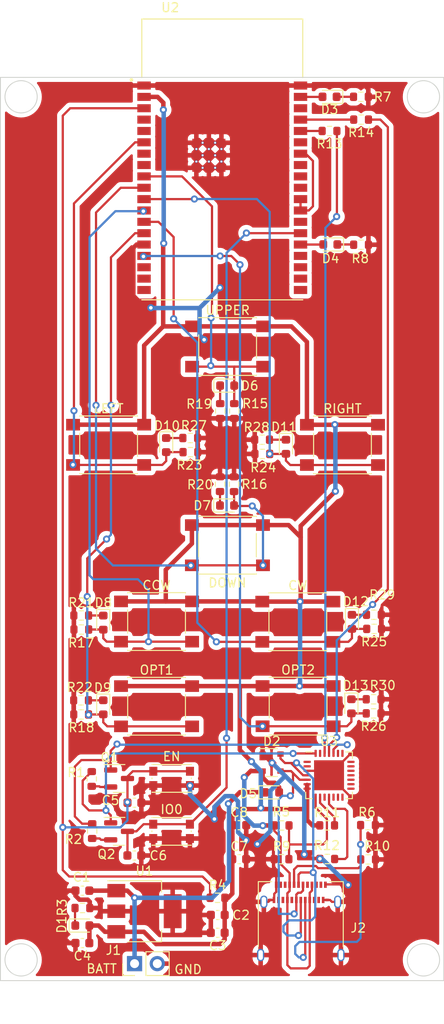
<source format=kicad_pcb>
(kicad_pcb (version 20211014) (generator pcbnew)
  (layers (0 "F.Cu" signal) (31 "B.Cu" signal) (34 "B.Paste" user) (35 "F.Paste" user) (36 "B.SilkS" user "B.Silkscreen") (37 "F.SilkS" user "F.Silkscreen") (38 "B.Mask" user) (39 "F.Mask" user) (44 "Edge.Cuts" user))
  (net 0 "")
  (net 1 "+BATT")
  (net 2 "GND")
  (net 3 "+3V3")
  (net 4 "EN")
  (net 5 "IO0")
  (net 6 "Net-(D1-Pad1)")
  (net 7 "VBUSa")
  (net 8 "USB_DN")
  (net 9 "USB_DP")
  (net 10 "Net-(D3-Pad1)")
  (net 11 "Net-(D3-Pad2)")
  (net 12 "Net-(D4-Pad1)")
  (net 13 "Net-(D4-Pad2)")
  (net 14 "Net-(D6-Pad1)")
  (net 15 "upper switch")
  (net 16 "Net-(D7-Pad1)")
  (net 17 "down switch")
  (net 18 "Net-(D8-Pad1)")
  (net 19 "ccw switch")
  (net 20 "Net-(D9-Pad1)")
  (net 21 "option 1 switch")
  (net 22 "Net-(D10-Pad1)")
  (net 23 "left switch")
  (net 24 "Net-(D11-Pad1)")
  (net 25 "right switch")
  (net 26 "Net-(D12-Pad1)")
  (net 27 "cw switch")
  (net 28 "Net-(D13-Pad1)")
  (net 29 "option 2 switch")
  (net 30 "Net-(J2-PadA5)")
  (net 32 "Net-(J2-PadB5)")
  (net 34 "RTS")
  (net 35 "Net-(Q1-Pad2)")
  (net 36 "DTR")
  (net 37 "Net-(Q2-Pad2)")
  (net 38 "Net-(R5-Pad1)")
  (net 39 "Net-(R11-Pad2)")
  (net 40 "Net-(R12-Pad1)")
  (net 41 "Net-(R13-Pad1)")
  (net 42 "RXD0")
  (net 43 "Net-(R14-Pad1)")
  (net 44 "TXD0")
  (net 54 "Net-(U2-Pad27)")
  (footprint "Resistor_SMD:R_0603_1608Metric" (layer "F.Cu") (at 109.4525 69.34)
    (fp_text reference "R28")
    (fp_text value "100")
  )
  (footprint "Package_DFN_QFN:QFN-28-1EP_5x5mm_P0.5mm_EP3.35x3.35mm" (layer "F.Cu") (at 116.94 106.86)
    (fp_text reference "U3")
    (fp_text value "CP2102N-Axx-xQFN28")
  )
  (footprint "Resistor_SMD:R_0603_1608Metric" (layer "F.Cu") (at 121.955 88.9125 180)
    (fp_text reference "R29")
    (fp_text value "100")
  )
  (footprint "Diode_SMD:D_0603_1608Metric" (layer "F.Cu") (at 119.44 99.15 -90)
    (fp_text reference "D13")
    (fp_text value "LED")
  )
  (footprint "Button_Switch_SMD:SW_Push_1P1T_NO_CK_KMR2" (layer "F.Cu") (at 99.33 113.13)
    (fp_text reference "IO0")
    (fp_text value "SW_Push")
  )
  (footprint "Capacitor_SMD:C_0603_1608Metric" (layer "F.Cu") (at 89.355 119.76 180)
    (fp_text reference "C1")
    (fp_text value "10u")
  )
  (footprint "Button_Switch_SMD:SW_Push_1P1T_NO_6x6mm_H9.5mm" (layer "F.Cu") (at 113.48 99.13)
    (fp_text reference "OPT2")
    (fp_text value "SW_Push")
  )
  (footprint "Resistor_SMD:R_0603_1608Metric" (layer "F.Cu") (at 116.995 34.82 180)
    (fp_text reference "R13")
    (fp_text value "0")
  )
  (footprint "Capacitor_SMD:C_0603_1608Metric" (layer "F.Cu") (at 104.49 124.47 180)
    (fp_text reference "C3")
    (fp_text value "22u")
  )
  (footprint "Resistor_SMD:R_0603_1608Metric" (layer "F.Cu") (at 120.52 47.54 180)
    (fp_text reference "R8")
    (fp_text value "100")
  )
  (footprint "Diode_SMD:D_0603_1608Metric" (layer "F.Cu") (at 112.1175 70.1275 -90)
    (fp_text reference "D11")
    (fp_text value "LED")
  )
  (footprint "Package_TO_SOT_SMD:SOT-223-3_TabPin2" (layer "F.Cu") (at 96.3 122.06)
    (fp_text reference "U1")
    (fp_text value "LT1963AxST-3.3")
  )
  (footprint "Resistor_SMD:R_0603_1608Metric" (layer "F.Cu") (at 89.225 88.9925)
    (fp_text reference "R21")
    (fp_text value "100")
  )
  (footprint "Diode_SMD:D_0603_1608Metric" (layer "F.Cu") (at 91.69 99.2625 -90)
    (fp_text reference "D9")
    (fp_text value "LED")
  )
  (footprint "Package_TO_SOT_SMD:SOT-143" (layer "F.Cu") (at 110.51 105.44)
    (fp_text reference "D2")
    (fp_text value "SP0503BAHT")
  )
  (footprint "Resistor_SMD:R_0603_1608Metric" (layer "F.Cu") (at 101.4175 69.15 180)
    (fp_text reference "R27")
    (fp_text value "100")
  )
  (footprint "Button_Switch_SMD:SW_Push_1P1T_NO_6x6mm_H9.5mm" (layer "F.Cu") (at 97.65 89.67)
    (fp_text reference "CCW")
    (fp_text value "SW_Push")
  )
  (footprint "Resistor_SMD:R_0603_1608Metric" (layer "F.Cu") (at 89.205 98.48)
    (fp_text reference "R22")
    (fp_text value "100")
  )
  (footprint "Resistor_SMD:R_0603_1608Metric" (layer "F.Cu") (at 109.4775 70.93)
    (fp_text reference "R24")
    (fp_text value "5k")
  )
  (footprint "Resistor_SMD:R_0603_1608Metric" (layer "F.Cu") (at 90.4 107.27 -90)
    (fp_text reference "R1")
    (fp_text value "10k")
  )
  (footprint "Button_Switch_SMD:SW_Push_1P1T_NO_6x6mm_H9.5mm" (layer "F.Cu") (at 97.65 99.14)
    (fp_text reference "OPT1")
    (fp_text value "SW_Push")
  )
  (footprint "Button_Switch_SMD:SW_Push_1P1T_NO_6x6mm_H9.5mm" (layer "F.Cu") (at 105.5775 81.135)
    (fp_text reference "DOWN")
    (fp_text value "SW_Push")
  )
  (footprint "Diode_SMD:D_0603_1608Metric" (layer "F.Cu") (at 116.9975 31 180)
    (fp_text reference "D3")
    (fp_text value "LED")
  )
  (footprint "Resistor_SMD:R_0603_1608Metric" (layer "F.Cu") (at 106.34 66.13 90)
    (fp_text reference "R15")
    (fp_text value "5k")
  )
  (footprint "Button_Switch_SMD:SW_Push_1P1T_NO_CK_KMR2" (layer "F.Cu") (at 99.3375 107.21)
    (fp_text reference "EN")
    (fp_text value "SW_Push")
  )
  (footprint "Resistor_SMD:R_0603_1608Metric" (layer "F.Cu") (at 106.3175 74.315 -90)
    (fp_text reference "R16")
    (fp_text value "5k")
  )
  (footprint "Resistor_SMD:R_0603_1608Metric" (layer "F.Cu") (at 120.505 31 180)
    (fp_text reference "R7")
    (fp_text value "100")
  )
  (footprint "Button_Switch_SMD:SW_Push_1P1T_NO_6x6mm_H9.5mm" (layer "F.Cu") (at 118.4425 69.92)
    (fp_text reference "RIGHT")
    (fp_text value "SW_Push")
  )
  (footprint "Package_TO_SOT_SMD:SOT-23" (layer "F.Cu") (at 93.46 113.13)
    (fp_text reference "Q2")
    (fp_text value "SS8050-G")
  )
  (footprint "Capacitor_SMD:C_0603_1608Metric" (layer "F.Cu") (at 106.895 116.24)
    (fp_text reference "C7")
    (fp_text value "4.7u")
  )
  (footprint "Capacitor_SMD:C_0603_1608Metric" (layer "F.Cu") (at 95.175 109.93)
    (fp_text reference "C5")
    (fp_text value "0.1u")
  )
  (footprint "Capacitor_SMD:C_0603_1608Metric" (layer "F.Cu") (at 106.905 112.44)
    (fp_text reference "C8")
    (fp_text value "0.1u")
  )
  (footprint "Diode_SMD:D_0603_1608Metric" (layer "F.Cu") (at 105.5475 63.29)
    (fp_text reference "D6")
    (fp_text value "LED")
  )
  (footprint "Connector_PinHeader_2.54mm:PinHeader_1x02_P2.54mm_Vertical" (layer "F.Cu") (at 95.19 127.92 90)
    (fp_text reference "J1")
    (fp_text value "Conn_01x02_Male")
  )
  (footprint "Diode_SMD:D_0603_1608Metric" (layer "F.Cu") (at 105.53 76.695)
    (fp_text reference "D7")
    (fp_text value "LED")
  )
  (footprint "Resistor_SMD:R_0603_1608Metric" (layer "F.Cu") (at 101.4375 70.73 180)
    (fp_text reference "R23")
    (fp_text value "5k")
  )
  (footprint "Connector_USB:USB_C_Receptacle_Amphenol_12401610E4-2A" (layer "F.Cu") (at 113.78 124.12)
    (fp_text reference "J2")
    (fp_text value "USB_C_Receptacle_USB2.0")
  )
  (footprint "Resistor_SMD:R_0603_1608Metric" (layer "F.Cu") (at 116.73 112.46)
    (fp_text reference "R11")
    (fp_text value "2k")
  )
  (footprint "Resistor_SMD:R_0603_1608Metric" (layer "F.Cu") (at 104.7475 74.31 -90)
    (fp_text reference "R20")
    (fp_text value "100")
  )
  (footprint "Resistor_SMD:R_0603_1608Metric" (layer "F.Cu") (at 121.295 112.43 180)
    (fp_text reference "R6")
    (fp_text value "5.1k")
  )
  (footprint "Resistor_SMD:R_0603_1608Metric" (layer "F.Cu") (at 89.215 100.06)
    (fp_text reference "R18")
    (fp_text value "5k")
  )
  (footprint "Button_Switch_SMD:SW_Push_1P1T_NO_6x6mm_H9.5mm" (layer "F.Cu") (at 105.6 58.92)
    (fp_text reference "UPPER")
    (fp_text value "SW_Push")
  )
  (footprint "Diode_SMD:D_0603_1608Metric" (layer "F.Cu") (at 98.7275 69.94 -90)
    (fp_text reference "D10")
    (fp_text value "LED")
  )
  (footprint "Resistor_SMD:R_0603_1608Metric" (layer "F.Cu") (at 104.77 66.13 90)
    (fp_text reference "R19")
    (fp_text value "100")
  )
  (footprint "Resistor_SMD:R_0603_1608Metric" (layer "F.Cu") (at 111.64 112.47 180)
    (fp_text reference "R5")
    (fp_text value "22.1k")
  )
  (footprint "Package_TO_SOT_SMD:SOT-23" (layer "F.Cu") (at 93.46 107.22)
    (fp_text reference "Q1")
    (fp_text value "SS8050-G")
  )
  (footprint "Resistor_SMD:R_0603_1608Metric" (layer "F.Cu") (at 104.46 120.56)
    (fp_text reference "R4")
    (fp_text value "10k")
  )
  (footprint "Button_Switch_SMD:SW_Push_1P1T_NO_6x6mm_H9.5mm" (layer "F.Cu") (at 113.45 89.69)
    (fp_text reference "CW")
    (fp_text value "SW_Push")
  )
  (footprint "Diode_SMD:D_0603_1608Metric" (layer "F.Cu") (at 119.5 89.7025 -90)
    (fp_text reference "D12")
    (fp_text value "LED")
  )
  (footprint "Resistor_SMD:R_0603_1608Metric" (layer "F.Cu") (at 90.45 113.1 -90)
    (fp_text reference "R2")
    (fp_text value "10k")
  )
  (footprint "Diode_SMD:D_0603_1608Metric" (layer "F.Cu") (at 117.0825 47.51 180)
    (fp_text reference "D4")
    (fp_text value "LED")
  )
  (footprint "Resistor_SMD:R_0603_1608Metric" (layer "F.Cu") (at 121.98 90.4925 180)
    (fp_text reference "R25")
    (fp_text value "5k")
  )
  (footprint "Capacitor_SMD:C_0603_1608Metric" (layer "F.Cu") (at 104.495 122.48 180)
    (fp_text reference "C2")
    (fp_text value "0.1u")
  )
  (footprint "ESP32-WROVER-B:MODULE_ESP32-WROVER-B" (layer "F.Cu") (at 105 38)
    (fp_text reference "U2")
    (fp_text value "ESP32-WROVER-B")
  )
  (footprint "Button_Switch_SMD:SW_Push_1P1T_NO_6x6mm_H9.5mm" (layer "F.Cu") (at 92.2875 69.91)
    (fp_text reference "LEFT")
    (fp_text value "SW_Push")
  )
  (footprint "Resistor_SMD:R_0603_1608Metric" (layer "F.Cu") (at 121.925 99.94 180)
    (fp_text reference "R26")
    (fp_text value "5k")
  )
  (footprint "Diode_SMD:D_0603_1608Metric" (layer "F.Cu") (at 89.35 123.66)
    (fp_text reference "D1")
    (fp_text value "LED")
  )
  (footprint "Capacitor_SMD:C_0603_1608Metric" (layer "F.Cu") (at 95.165 115.83)
    (fp_text reference "C6")
    (fp_text value "0.1u")
  )
  (footprint "Resistor_SMD:R_0603_1608Metric" (layer "F.Cu") (at 111.625 116.24)
    (fp_text reference "R9")
    (fp_text value "47.5k")
  )
  (footprint "Resistor_SMD:R_0603_1608Metric" (layer "F.Cu") (at 89.235 90.5625)
    (fp_text reference "R17")
    (fp_text value "5k")
  )
  (footprint "Resistor_SMD:R_0603_1608Metric" (layer "F.Cu") (at 121.925 98.36 180)
    (fp_text reference "R30")
    (fp_text value "100")
  )
  (footprint "Diode_SMD:D_0603_1608Metric" (layer "F.Cu") (at 110.57 108.77)
    (fp_text reference "D5")
    (fp_text value "D_Schottky")
  )
  (footprint "Resistor_SMD:R_0603_1608Metric" (layer "F.Cu") (at 89.355 121.7 180)
    (fp_text reference "R3")
    (fp_text value "147")
  )
  (footprint "Resistor_SMD:R_0603_1608Metric" (layer "F.Cu") (at 120.525 33.55 180)
    (fp_text reference "R14")
    (fp_text value "0")
  )
  (footprint "Diode_SMD:D_0603_1608Metric" (layer "F.Cu") (at 91.69 89.79 -90)
    (fp_text reference "D8")
    (fp_text value "LED")
  )
  (footprint "Resistor_SMD:R_0603_1608Metric" (layer "F.Cu") (at 121.31 116.27 180)
    (fp_text reference "R10")
    (fp_text value "5.1k")
  )
  (footprint "Capacitor_SMD:C_0603_1608Metric" (layer "F.Cu") (at 89.355 125.62 180)
    (fp_text reference "C4")
    (fp_text value "10u")
  )
  (footprint "Resistor_SMD:R_0603_1608Metric" (layer "F.Cu") (at 116.74 116.22 180)
    (fp_text reference "R12")
    (fp_text value "10k")
  )
  (gr_circle (center 127.5 31) (end 128.5 29.5) (layer "Edge.Cuts") (width 0.1) (fill none))
  (gr_rect (start 80.19 28.83) (end 129.77 129.82) (layer "Edge.Cuts") (width 0.1) (fill none))
  (gr_circle (center 82.5 127.5) (end 81 128.5) (layer "Edge.Cuts") (width 0.1) (fill none))
  (gr_circle (center 127.5 127.5) (end 129 128.5) (layer "Edge.Cuts") (width 0.1) (fill none))
  (gr_circle (center 82.5 31) (end 84 32) (layer "Edge.Cuts") (width 0.1) (fill none))
  (gr_text "GND" (at 101.18 128.57) (layer "F.SilkS") (effects (font (size 1 1))))
  (gr_text "BATT" (at 91.51 128.49) (layer "F.SilkS") (effects (font (size 1 1))))
  (segment (start 90.13 119.76) (end 93.15 119.76) (width 0.5) (layer "F.Cu") (net 1))
  (segment (start 106.97 108.75) (end 109.7625 108.75) (width 0.5) (layer "F.Cu") (net 1))
  (segment (start 94.39 119.76) (end 95.19 120.56) (width 0.5) (layer "F.Cu") (net 1))
  (segment (start 105.68 110.04) (end 106.97 108.75) (width 0.5) (layer "F.Cu") (net 1))
  (segment (start 109.7625 108.75) (end 109.7825 108.77) (width 0.5) (layer "F.Cu") (net 1))
  (segment (start 93.15 119.76) (end 94.33 119.76) (width 0.5) (layer "F.Cu") (net 1))
  (segment (start 94.33 119.76) (end 94.39 119.76) (width 0.5) (layer "F.Cu") (net 1))
  (via (at 105.68 110.04) (size 0.8) (drill 0.4) (layers "F.Cu" "B.Cu") (net 1))
  (via (at 95.19 120.56) (size 0.8) (drill 0.4) (layers "F.Cu" "B.Cu") (net 1))
  (segment (start 105.75 118.69) (end 105.75 110.11) (width 0.5) (layer "B.Cu") (net 1))
  (segment (start 105.07 119.37) (end 105.44 119) (width 0.5) (layer "B.Cu") (net 1))
  (segment (start 105.44 119) (end 105.47 118.97) (width 0.5) (layer "B.Cu") (net 1))
  (segment (start 105.75 110.11) (end 105.68 110.04) (width 0.5) (layer "B.Cu") (net 1))
  (segment (start 105.47 118.97) (end 105.75 118.69) (width 0.5) (layer "B.Cu") (net 1))
  (segment (start 103.88 120.56) (end 105.07 119.37) (width 0.5) (layer "B.Cu") (net 1))
  (segment (start 95.19 120.56) (end 103.88 120.56) (width 0.5) (layer "B.Cu") (net 1))
  (segment (start 95.19 120.56) (end 95.19 127.92) (width 0.5) (layer "B.Cu") (net 1))
  (segment (start 116.44 106.36) (end 116.94 106.86) (width 0.25) (layer "F.Cu") (net 2))
  (segment (start 104.77 66.955) (end 106.34 66.955) (width 0.5) (layer "F.Cu") (net 2))
  (segment (start 95.420978 47.52) (end 95.050489 47.890489) (width 0.5) (layer "F.Cu") (net 2))
  (segment (start 110.8 116.24) (end 110.8 117.9) (width 0.25) (layer "F.Cu") (net 2))
  (segment (start 97.28 113.93) (end 101.38 113.93) (width 0.5) (layer "F.Cu") (net 2))
  (segment (start 109.65 121.01) (end 109.65 123.94) (width 0.5) (layer "F.Cu") (net 2))
  (segment (start 108.6525 70.93) (end 106.7175 70.93) (width 0.5) (layer "F.Cu") (net 2))
  (segment (start 111.03 119.900978) (end 110.81 120.120978) (width 0.25) (layer "F.Cu") (net 2))
  (segment (start 119.952672 109.87) (end 121.64 109.87) (width 0.25) (layer "F.Cu") (net 2))
  (segment (start 117.91 123.82) (end 118.27 124.18) (width 0.5) (layer "F.Cu") (net 2))
  (segment (start 108.6275 70.905) (end 108.6525 70.93) (width 0.5) (layer "F.Cu") (net 2))
  (segment (start 107.68 112.44) (end 107.68 116.23) (width 0.5) (layer "F.Cu") (net 2))
  (segment (start 121.33 30.13) (end 121.33 31) (width 0.5) (layer "F.Cu") (net 2))
  (segment (start 106.34 66.955) (end 106.34 68.7225) (width 0.5) (layer "F.Cu") (net 2))
  (segment (start 109.65 123.94) (end 109.29 124.3) (width 0.5) (layer "F.Cu") (net 2))
  (segment (start 105.72 29.74) (end 104.9 30.56) (width 0.5) (layer "F.Cu") (net 2))
  (segment (start 104.7475 73.485) (end 106.3125 73.485) (width 0.5) (layer "F.Cu") (net 2))
  (segment (start 95.95 108.67) (end 95.95 109.93) (width 0.5) (layer "F.Cu") (net 2))
  (segment (start 111.03 118.13) (end 111.03 119.1) (width 0.25) (layer "F.Cu") (net 2))
  (segment (start 96.25 47.52) (end 95.420978 47.52) (width 0.5) (layer "F.Cu") (net 2))
  (segment (start 88.58 119.76) (end 88.58 120.32) (width 0.5) (layer "F.Cu") (net 2))
  (segment (start 117.05 120.8) (end 117.26 121.01) (width 0.25) (layer "F.Cu") (net 2))
  (segment (start 120.94 29.74) (end 121.33 30.13) (width 0.5) (layer "F.Cu") (net 2))
  (segment (start 104.77 68.6375) (end 104.2575 69.15) (width 0.5) (layer "F.Cu") (net 2))
  (segment (start 109.79 104.69) (end 110.57 105.47) (width 0.5) (layer "F.Cu") (net 2))
  (segment (start 104.9 36.14) (end 104.9 38.94) (width 0.5) (layer "F.Cu") (net 2))
  (segment (start 104.2575 69.15) (end 102.2425 69.15) (width 0.5) (layer "F.Cu") (net 2))
  (segment (start 102.1 38.94) (end 104.9 38.94) (width 0.5) (layer "F.Cu") (net 2))
  (segment (start 91.49 122.06) (end 93.15 122.06) (width 0.5) (layer "F.Cu") (net 2))
  (segment (start 118.57 121.01) (end 119.16952 120.41048) (width 0.5) (layer "F.Cu") (net 2))
  (segment (start 88.41 98.45) (end 88.38 98.48) (width 0.5) (layer "F.Cu") (net 2))
  (segment (start 96.4 54.59) (end 97.01 54.59) (width 0.5) (layer "F.Cu") (net 2))
  (segment (start 103.72 122.48) (end 102.34 122.48) (width 0.5) (layer "F.Cu") (net 2))
  (segment (start 87.3 125.05) (end 87.87 125.62) (width 0.5) (layer "F.Cu") (net 2))
  (segment (start 88.58 120.32) (end 89.03 120.77) (width 0.5) (layer "F.Cu") (net 2))
  (segment (start 109.29 124.3) (end 109.29 126.96) (width 0.5) (layer "F.Cu") (net 2))
  (segment (start 93.15 122.06) (end 99.45 122.06) (width 0.5) (layer "F.Cu") (net 2))
  (segment (start 97.2875 108.01) (end 96.61 108.01) (width 0.5) (layer "F.Cu") (net 2))
  (segment (start 97.28 113.93) (end 96.39 113.93) (width 0.5) (layer "F.Cu") (net 2))
  (segment (start 102.2425 69.15) (end 102.2425 70.71) (width 0.5) (layer "F.Cu") (net 2))
  (segment (start 88.4 90.5525) (end 88.41 90.5625) (width 0.5) (layer "F.Cu") (net 2))
  (segment (start 110.8 117.9) (end 111.03 118.13) (width 0.25) (layer "F.Cu") (net 2))
  (segment (start 116.942672 106.86) (end 119.952672 109.87) (width 0.25) (layer "F.Cu") (net 2))
  (segment (start 122.12 116.255) (end 122.135 116.27) (width 0.5) (layer "F.Cu") (net 2))
  (segment (start 122.805 90.4925) (end 122.805 98.305) (width 0.5) (layer "F.Cu") (net 2))
  (segment (start 102.1 36.14) (end 104.9 36.14) (width 0.5) (layer "F.Cu") (net 2))
  (segment (start 96.25 29.74) (end 101.21 29.74) (width 0.5) (layer "F.Cu") (net 2))
  (segment (start 102.34 122.48) (end 101.92 122.06) (width 0.5) (layer "F.Cu") (net 2))
  (segment (start 91.13 121.7) (end 91.49 122.06) (width 0.5) (layer "F.Cu") (net 2))
  (segment (start 117.91 121.01) (end 117.91 123.82) (width 0.5) (layer "F.Cu") (net 2))
  (segment (start 90.18 121) (end 90.18 121.7) (width 0.5) (layer "F.Cu") (net 2))
  (segment (start 110.16 121.01) (end 110.37 120.8) (width 0.25) (layer "F.Cu") (net 2))
  (segment (start 89.95 120.77) (end 90.18 121) (width 0.5) (layer "F.Cu") (net 2))
  (segment (start 88.41 90.5625) (end 88.41 98.45) (width 0.5) (layer "F.Cu") (net 2))
  (segment (start 119.16952 119.06048) (end 121.36952 119.06048) (width 0.25) (layer "F.Cu") (net 2))
  (segment (start 111.03 119.1) (end 111.03 119.900978) (width 0.25) (layer "F.Cu") (net 2))
  (segment (start 116.28 120.8) (end 117.05 120.8) (width 0.25) (layer "F.Cu") (net 2))
  (segment (start 103.72 122.48) (end 103.72 124.465) (width 0.5) (layer "F.Cu") (net 2))
  (segment (start 122.78 90.4675) (end 122.805 90.4925) (width 0.5) (layer "F.Cu") (net 2))
  (segment (start 115.915 116.22) (end 115.915 116.195) (width 0.5) (layer "F.Cu") (net 2))
  (segment (start 102.1 30.63) (end 102.1 36.14) (width 0.5) (layer "F.Cu") (net 2))
  (segment (start 117.91 121.01) (end 118.57 121.01) (width 0.5) (layer "F.Cu") (net 2))
  (segment (start 115.915 116.195) (end 115.92 116.19) (width 0.5) (layer "F.Cu") (net 2))
  (segment (start 106.3175 71.33) (end 106.3175 73.49) (width 0.5) (layer "F.Cu") (net 2))
  (segment (start 110.81 120.120978) (end 110.81 120.39) (width 0.25) (layer "F.Cu") (net 2))
  (segment (start 106.3125 73.485) (end 106.3175 73.49) (width 0.5) (layer "F.Cu") (net 2))
  (segment (start 88.38 100.05) (end 88.39 100.06) (width 0.5) (layer "F.Cu") (net 2))
  (segment (start 122.75 98.36) (end 122.75 99.94) (width 0.5) (layer "F.Cu") (net 2))
  (segment (start 107.67 116.24) (end 110.8 116.24) (width 0.5) (layer "F.Cu") (net 2))
  (segment (start 119.16952 120.41048) (end 119.16952 119.06048) (width 0.5) (layer "F.Cu") (net 2))
  (segment (start 88.58 119.76) (end 87.8 119.76) (width 0.5) (layer "F.Cu") (net 2))
  (segment (start 95.050489 53.240489) (end 96.4 54.59) (width 0.5) (layer "F.Cu") (net 2))
  (segment (start 89.03 120.77) (end 89.95 120.77) (width 0.5) (layer "F.Cu") (net 2))
  (segment (start 118.27 124.18) (end 118.27 126.96) (width 0.5) (layer "F.Cu") (net 2))
  (segment (start 113.75 29.74) (end 120.94 29.74) (width 0.5) (layer "F.Cu") (net 2))
  (segment (start 116.94 106.86) (end 116.942672 106.86) (width 0.25) (layer "F.Cu") (net 2))
  (segment (start 122.135 118.295) (end 122.135 116.27) (width 0.25) (layer "F.Cu") (net 2))
  (segment (start 122.78 88.9125) (end 122.78 90.4675) (width 0.5) (layer "F.Cu") (net 2))
  (segment (start 102.1 36.14) (end 102.1 38.94) (width 0.5) (layer "F.Cu") (net 2))
  (segment (start 121.36952 119.06048) (end 122.135 118.295) (width 0.25) (layer "F.Cu") (net 2))
  (segment (start 104.9 30.56) (end 104.9 36.14) (width 0.5) (layer "F.Cu") (net 2))
  (segment (start 87.87 125.62) (end 88.58 125.62) (width 0.5) (layer "F.Cu") (net 2))
  (segment (start 122.12 112.43) (end 122.12 116.255) (width 0.5) (layer "F.Cu") (net 2))
  (segment (start 106.7175 70.93) (end 106.3175 71.33) (width 0.5) (layer "F.Cu") (net 2))
  (segment (start 107.68 116.23) (end 107.67 116.24) (width 0.5) (layer "F.Cu") (net 2))
  (segment (start 95.94 114.38) (end 95.94 115.83) (width 0.5) (layer "F.Cu") (net 2))
  (segment (start 101.21 29.74) (end 102.1 30.63) (width 0.5) (layer "F.Cu") (net 2))
  (segment (start 116.56952 119.06048) (end 119.16952 119.06048) (width 0.25) (layer "F.Cu") (net 2))
  (segment (start 109.51 104.69) (end 109.79 104.69) (width 0.5) (layer "F.Cu") (net 2))
  (segment (start 116.53 119.1) (end 116.56952 119.06048) (width 0.25) (layer "F.Cu") (net 2))
  (segment (start 104.77 66.955) (end 104.77 68.6375) (width 0.5) (layer "F.Cu") (net 2))
  (segment (start 113.75 29.74) (end 105.72 29.74) (width 0.5) (layer "F.Cu") (net 2))
  (segment (start 88.4 88.9925) (end 88.4 90.5525) (width 0.5) (layer "F.Cu") (net 2))
  (segment (start 102.1 37.54) (end 104.9 37.54) (width 0.5) (layer "F.Cu") (net 2))
  (segment (start 87.8 119.76) (end 87.3 120.26) (width 0.5) (layer "F.Cu") (net 2))
  (segment (start 90.18 121.7) (end 91.13 121.7) (width 0.5) (layer "F.Cu") (net 2))
  (segment (start 109.65 121.01) (end 110.16 121.01) (width 0.25) (layer "F.Cu") (net 2))
  (segment (start 114.49 106.36) (end 116.44 106.36) (width 0.25) (layer "F.Cu") (net 2))
  (segment (start 110.37 120.8) (end 110.78 120.8) (width 0.25) (layer "F.Cu") (net 2))
  (segment (start 122.805 98.305) (end 122.75 98.36) (width 0.5) (layer "F.Cu") (net 2))
  (segment (start 101.92 122.06) (end 99.45 122.06) (width 0.5) (layer "F.Cu") (net 2))
  (segment (start 97.2875 108.01) (end 101.3875 108.01) (width 0.5) (layer "F.Cu") (net 2))
  (segment (start 95.050489 47.890489) (end 95.050489 53.240489) (width 0.5) (layer "F.Cu") (net 2))
  (segment (start 122.75 101.05) (end 116.94 106.86) (width 0.25) (layer "F.Cu") (net 2))
  (segment (start 117.26 121.01) (end 117.91 121.01) (width 0.25) (layer "F.Cu") (net 2))
  (segment (start 108.6275 69.34) (end 108.6275 70.905) (width 0.5) (layer "F.Cu") (net 2))
  (segment (start 121.64 109.87) (end 122.12 110.35) (width 0.25) (layer "F.Cu") (net 2))
  (segment (start 88.38 98.48) (end 88.38 100.05) (width 0.5) (layer "F.Cu") (net 2))
  (segment (start 106.9575 69.34) (end 108.6275 69.34) (width 0.5) (layer "F.Cu") (net 2))
  (segment (start 103.72 124.465) (end 103.715 124.47) (width 0.5) (layer "F.Cu") (net 2))
  (segment (start 102.2425 70.71) (end 102.2625 70.73) (width 0.5) (layer "F.Cu") (net 2))
  (segment (start 87.3 120.26) (end 87.3 125.05) (width 0.5) (layer "F.Cu") (net 2))
  (segment (start 103.5 36.14) (end 103.5 38.94) (width 0.5) (layer "F.Cu") (net 2))
  (segment (start 122.12 110.35) (end 122.12 112.43) (width 0.25) (layer "F.Cu") (net 2))
  (segment (start 106.34 68.7225) (end 106.9575 69.34) (width 0.5) (layer "F.Cu") (net 2))
  (segment (start 96.39 113.93) (end 95.94 114.38) (width 0.5) (layer "F.Cu") (net 2))
  (segment (start 96.61 108.01) (end 95.95 108.67) (width 0.5) (layer "F.Cu") (net 2))
  (segment (start 122.75 99.94) (end 122.75 101.05) (width 0.25) (layer "F.Cu") (net 2))
  (via (at 97.01 54.59) (size 0.8) (drill 0.4) (layers "F.Cu" "B.Cu") (net 2))
  (via (at 119.08 119.12) (size 0.8) (drill 0.4) (layers "F.Cu" "B.Cu") (net 2))
  (via (at 115.92 116.19) (size 0.8) (drill 0.4) (layers "F.Cu" "B.Cu") (net 2))
  (via (at 110.57 105.47) (size 0.8) (drill 0.4) (layers "F.Cu" "B.Cu") (net 2))
  (via (at 107.66 114.12) (size 0.8) (drill 0.4) (layers "F.Cu" "B.Cu") (net 2))
  (via (at 101.3875 108.01) (size 0.8) (drill 0.4) (layers "F.Cu" "B.Cu") (net 2))
  (via (at 102.97 58.16) (size 0.8) (drill 0.4) (layers "F.Cu" "B.Cu") (net 2))
  (via (at 114.17 115.71) (size 0.8) (drill 0.4) (layers "F.Cu" "B.Cu") (net 2))
  (via (at 104.74 52.34) (size 0.8) (drill 0.4) (layers "F.Cu" "B.Cu") (net 2))
  (via (at 108.92 114.55) (size 0.8) (drill 0.4) (layers "F.Cu" "B.Cu") (net 2))
  (via (at 104.12 111.75) (size 0.8) (drill 0.4) (layers "F.Cu" "B.Cu") (net 2))
  (segment (start 101.3875 109.0175) (end 104.12 111.75) (width 0.5) (layer "B.Cu") (net 2))
  (segment (start 102.46 54.62) (end 104.74 52.34) (width 0.5) (layer "B.Cu") (net 2))
  (segment (start 112.035 106.935) (end 114.17 109.07) (width 0.5) (layer "B.Cu") (net 2))
  (segment (start 116.15 116.19) (end 119.08 119.12) (width 0.5) (layer "B.Cu") (net 2))
  (segment (start 106.160969 109.190489) (end 106.76 109.78952) (width 0.5) (layer "B.Cu") (net 2))
  (segment (start 106.76 109.78952) (end 106.76 113.22) (width 0.5) (layer "B.Cu") (net 2))
  (segment (start 97.04 54.62) (end 102.46 54.62) (width 0.5) (layer "B.Cu") (net 2))
  (segment (start 101.3875 108.01) (end 101.3875 109.0175) (width 0.5) (layer "B.Cu") (net 2))
  (segment (start 104.12 110.398609) (end 105.32812 109.190489) (width 0.5) (layer "B.Cu") (net 2))
  (segment (start 110.379511 113.090489) (end 108.92 114.55) (width 0.5) (layer "B.Cu") (net 2))
  (segment (start 110.379511 108.590489) (end 110.379511 113.090489) (width 0.5) (layer "B.Cu") (net 2))
  (segment (start 102.46 54.62) (end 102.46 57.65) (width 0.5) (layer "B.Cu") (net 2))
  (segment (start 106.76 113.22) (end 107.66 114.12) (width 0.5) (layer "B.Cu") (net 2))
  (segment (start 110.57 105.47) (end 112.035 106.935) (width 0.5) (layer "B.Cu") (net 2))
  (segment (start 105.32812 109.190489) (end 106.160969 109.190489) (width 0.5) (layer "B.Cu") (net 2))
  (segment (start 102.46 57.65) (end 102.97 58.16) (width 0.5) (layer "B.Cu") (net 2))
  (segment (start 97.01 54.59) (end 97.04 54.62) (width 0.5) (layer "B.Cu") (net 2))
  (segment (start 115.92 116.19) (end 116.15 116.19) (width 0.5) (layer "B.Cu") (net 2))
  (segment (start 112.035 106.935) (end 110.379511 108.590489) (width 0.5) (layer "B.Cu") (net 2))
  (segment (start 104.12 111.75) (end 104.12 110.398609) (width 0.5) (layer "B.Cu") (net 2))
  (segment (start 114.17 109.07) (end 114.17 115.71) (width 0.5) (layer "B.Cu") (net 2))
  (segment (start 98.39 47.44) (end 98.45 47.38) (width 0.5) (layer "F.Cu") (net 3))
  (segment (start 96.23 124.36) (end 97.6 125.73) (width 0.5) (layer "F.Cu") (net 3))
  (segment (start 93.675 96.89) (end 101.625 96.89) (width 0.5) (layer "F.Cu") (net 3))
  (segment (start 109.505 96.88) (end 117.455 96.88) (width 0.5) (layer "F.Cu") (net 3))
  (segment (start 98.39 56.67) (end 98.39 47.44) (width 0.5) (layer "F.Cu") (net 3))
  (segment (start 97.76 31.01) (end 96.25 31.01) (width 0.5) (layer "F.Cu") (net 3))
  (segment (start 113.77 80.24) (end 113.77 78.98) (width 0.5) (layer "F.Cu") (net 3))
  (segment (start 101.625 56.67) (end 109.575 56.67) (width 0.5) (layer "F.Cu") (net 3))
  (segment (start 113.77 80.24) (end 112.415 78.885) (width 0.5) (layer "F.Cu") (net 3))
  (segment (start 114.49 108.36) (end 114.49 107.93452) (width 0.5) (layer "F.Cu") (net 3))
  (segment (start 88.3125 67.66) (end 96.2625 67.66) (width 0.5) (layer "F.Cu") (net 3))
  (segment (start 93.675 87.42) (end 98.68 87.42) (width 0.5) (layer "F.Cu") (net 3))
  (segment (start 114.49 111.87) (end 115.08 112.46) (width 0.5) (layer "F.Cu") (net 3))
  (segment (start 98.68 83.88) (end 98.68 87.42) (width 0.5) (layer "F.Cu") (net 3))
  (segment (start 106.13 112.44) (end 106.13 111.42) (width 0.5) (layer "F.Cu") (net 3))
  (segment (start 101.6025 80.9575) (end 98.68 83.88) (width 0.5) (layer "F.Cu") (net 3))
  (segment (start 114.49 110.64) (end 114.49 111.87) (width 0.5) (layer "F.Cu") (net 3))
  (segment (start 105.27 122.48) (end 105.27 124.465) (width 0.5) (layer "F.Cu") (net 3))
  (segment (start 109.575 56.67) (end 112.73 56.67) (width 0.5) (layer "F.Cu") (net 3))
  (segment (start 106.13 111.42) (end 106.91 110.64) (width 0.5) (layer "F.Cu") (net 3))
  (segment (start 113.77 87.44) (end 117.425 87.44) (width 0.5) (layer "F.Cu") (net 3))
  (segment (start 101.6025 78.885) (end 101.6025 80.9575) (width 0.5) (layer "F.Cu") (net 3))
  (segment (start 109.475 87.44) (end 113.77 87.44) (width 0.5) (layer "F.Cu") (net 3))
  (segment (start 114.4675 58.4075) (end 114.4675 67.67) (width 0.5) (layer "F.Cu") (net 3))
  (segment (start 112.415 78.885) (end 109.5525 78.885) (width 0.5) (layer "F.Cu") (net 3))
  (segment (start 101.625 56.67) (end 98.39 56.67) (width 0.5) (layer "F.Cu") (net 3))
  (segment (start 96.2625 58.7975) (end 96.2625 67.66) (width 0.5) (layer "F.Cu") (net 3))
  (segment (start 101.6025 78.885) (end 109.5525 78.885) (width 0.5) (layer "F.Cu") (net 3))
  (segment (start 104.76 125.73) (end 105.265 125.225) (width 0.5) (layer "F.Cu") (net 3))
  (segment (start 98.39 56.67) (end 96.2625 58.7975) (width 0.5) (layer "F.Cu") (net 3))
  (segment (start 109.495 96.89) (end 109.505 96.88) (width 0.5) (layer "F.Cu") (net 3))
  (segment (start 98.41 31.66) (end 97.76 31.01) (width 0.5) (layer "F.Cu") (net 3))
  (segment (start 106.13 116.23) (end 106.12 116.24) (width 0.5) (layer "F.Cu") (net 3))
  (segment (start 105.27 124.465) (end 105.265 124.47) (width 0.5) (layer "F.Cu") (net 3))
  (segment (start 112.73 56.67) (end 114.4675 58.4075) (width 0.5) (layer "F.Cu") (net 3))
  (segment (start 106.12 116.24) (end 106.12 120.09) (width 0.5) (layer "F.Cu") (net 3))
  (segment (start 91.17 123.66) (end 91.87 124.36) (width 0.5) (layer "F.Cu") (net 3))
  (segment (start 97.6 125.73) (end 104.76 125.73) (width 0.5) (layer "F.Cu") (net 3))
  (segment (start 105.27 120.575) (end 105.285 120.56) (width 0.5) (layer "F.Cu") (net 3))
  (segment (start 101.625 87.42) (end 109.455 87.42) (width 0.5) (layer "F.Cu") (net 3))
  (segment (start 106.91 110.64) (end 114.49 110.64) (width 0.5) (layer "F.Cu") (net 3))
  (segment (start 113.77 87.44) (end 113.77 80.24) (width 0.5) (layer "F.Cu") (net 3))
  (segment (start 101.625 96.89) (end 106.96 96.89) (width 0.5) (layer "F.Cu") (net 3))
  (segment (start 109.455 87.42) (end 109.475 87.44) (width 0.5) (layer "F.Cu") (net 3))
  (segment (start 114.4675 67.67) (end 122.4175 67.67) (width 0.5) (layer "F.Cu") (net 3))
  (segment (start 105.65 120.56) (end 105.285 120.56) (width 0.5) (layer "F.Cu") (net 3))
  (segment (start 106.12 120.09) (end 105.65 120.56) (width 0.5) (layer "F.Cu") (net 3))
  (segment (start 90.1375 123.66) (end 90.1375 125.6125) (width 0.5) (layer "F.Cu") (net 3))
  (segment (start 106.96 104.03) (end 108.26 105.33) (width 0.5) (layer "F.Cu") (net 3))
  (segment (start 113.77 78.98) (end 117.65 75.1) (width 0.5) (layer "F.Cu") (net 3))
  (segment (start 105.27 122.48) (end 105.27 120.575) (width 0.5) (layer "F.Cu") (net 3))
  (segment (start 98.68 87.42) (end 101.625 87.42) (width 0.5) (layer "F.Cu") (net 3))
  (segment (start 90.1375 125.6125) (end 90.13 125.62) (width 0.5) (layer "F.Cu") (net 3))
  (segment (start 115.08 112.46) (end 115.905 112.46) (width 0.5) (layer "F.Cu") (net 3))
  (segment (start 98.41 32.45) (end 98.41 31.66) (width 0.5) (layer "F.Cu") (net 3))
  (segment (start 90.1375 123.66) (end 91.17 123.66) (width 0.5) (layer "F.Cu") (net 3))
  (segment (start 106.13 112.44) (end 106.13 116.23) (width 0.5) (layer "F.Cu") (net 3))
  (segment (start 105.265 125.225) (end 105.265 124.47) (width 0.5) (layer "F.Cu") (net 3))
  (segment (start 106.96 96.89) (end 109.495 96.89) (width 0.5) (layer "F.Cu") (net 3))
  (segment (start 93.15 124.36) (end 96.23 124.36) (width 0.5) (layer "F.Cu") (net 3))
  (segment (start 114.49 108.36) (end 114.49 110.64) (width 0.5) (layer "F.Cu") (net 3))
  (segment (start 91.87 124.36) (end 93.15 124.36) (width 0.5) (layer "F.Cu") (net 3))
  (segment (start 106.96 96.89) (end 106.96 104.03) (width 0.5) (layer "F.Cu") (net 3))
  (via (at 98.41 32.45) (size 0.8) (drill 0.4) (layers "F.Cu" "B.Cu") (net 3))
  (via (at 113.7 87.43) (size 0.8) (drill 0.4) (layers "F.Cu" "B.Cu") (net 3))
  (via (at 117.59 67.65) (size 0.8) (drill 0.4) (layers "F.Cu" "B.Cu") (net 3))
  (via (at 108.26 105.33) (size 0.8) (drill 0.4) (layers "F.Cu" "B.Cu") (net 3))
  (via (at 109.31 110.52) (size 0.8) (drill 0.4) (layers "F.Cu" "B.Cu") (net 3))
  (via (at 98.45 47.38) (size 0.8) (drill 0.4) (layers "F.Cu" "B.Cu") (net 3))
  (via (at 117.65 75.1) (size 0.8) (drill 0.4) (layers "F.Cu" "B.Cu") (net 3))
  (via (at 113.64 96.88) (size 0.8) (drill 0.4) (layers "F.Cu" "B.Cu") (net 3))
  (segment (start 117.65 67.71) (end 117.59 67.65) (width 0.5) (layer "B.Cu") (net 3))
  (segment (start 117.65 75.1) (end 117.65 67.71) (width 0.5) (layer "B.Cu") (net 3))
  (segment (start 113.7 96.82) (end 113.7 87.43) (width 0.5) (layer "B.Cu") (net 3))
  (segment (start 98.45 32.49) (end 98.41 32.45) (width 0.5) (layer "B.Cu") (net 3))
  (segment (start 109.31 106.38) (end 109.31 110.52) (width 0.5) (layer "B.Cu") (net 3))
  (segment (start 108.26 105.33) (end 109.31 106.38) (width 0.5) (layer "B.Cu") (net 3))
  (segment (start 98.45 47.38) (end 98.45 32.49) (width 0.5) (layer "B.Cu") (net 3))
  (segment (start 113.64 96.88) (end 113.7 96.82) (width 0.5) (layer "B.Cu") (net 3))
  (segment (start 94.3975 107.0025) (end 94.99 106.41) (width 0.25) (layer "F.Cu") (net 4))
  (segment (start 94.99 106.41) (end 97.2875 106.41) (width 0.25) (layer "F.Cu") (net 4))
  (segment (start 102.79 118.18) (end 87.88 118.18) (width 0.25) (layer "F.Cu") (net 4))
  (segment (start 94.3975 107.22) (end 94.3975 109.9275) (width 0.25) (layer "F.Cu") (net 4))
  (segment (start 103.635 119.025) (end 102.79 118.18) (width 0.25) (layer "F.Cu") (net 4))
  (segment (start 87.88 118.18) (end 87.16 117.46) (width 0.25) (layer "F.Cu") (net 4))
  (segment (start 97.2875 106.41) (end 101.3875 106.41) (width 0.25) (layer "F.Cu") (net 4))
  (segment (start 87.16 33.11) (end 87.99 32.28) (width 0.25) (layer "F.Cu") (net 4))
  (segment (start 94.3975 107.22) (end 94.3975 107.0025) (width 0.25) (layer "F.Cu") (net 4))
  (segment (start 87.16 117.46) (end 87.16 33.11) (width 0.25) (layer "F.Cu") (net 4))
  (segment (start 103.635 120.56) (end 103.635 119.025) (width 0.25) (layer "F.Cu") (net 4))
  (segment (start 94.3975 109.9275) (end 94.4 109.93) (width 0.25) (layer "F.Cu") (net 4))
  (segment (start 87.99 32.28) (end 96.25 32.28) (width 0.25) (layer "F.Cu") (net 4))
  (via (at 94.39 109.87) (size 0.8) (drill 0.4) (layers "F.Cu" "B.Cu") (net 4))
  (via (at 87.16 112.68) (size 0.8) (drill 0.4) (layers "F.Cu" "B.Cu") (net 4))
  (segment (start 93.62 112.68) (end 94.39 111.91) (width 0.25) (layer "B.Cu") (net 4))
  (segment (start 94.39 111.91) (end 94.39 109.87) (width 0.25) (layer "B.Cu") (net 4))
  (segment (start 87.16 112.68) (end 93.62 112.68) (width 0.25) (layer "B.Cu") (net 4))
  (segment (start 95.4 113.13) (end 96.2 112.33) (width 0.25) (layer "F.Cu") (net 5))
  (segment (start 107.7 46.23) (end 107.72 46.25) (width 0.25) (layer "F.Cu") (net 5))
  (segment (start 94.3975 113.13) (end 95.4 113.13) (width 0.25) (layer "F.Cu") (net 5))
  (segment (start 96.2 112.33) (end 97.28 112.33) (width 0.25) (layer "F.Cu") (net 5))
  (segment (start 97.28 112.33) (end 101.38 112.33) (width 0.25) (layer "F.Cu") (net 5))
  (segment (start 107.72 46.25) (end 113.75 46.25) (width 0.25) (layer "F.Cu") (net 5))
  (segment (start 105.48 108.23) (end 105.48 102.7155) (width 0.25) (layer "F.Cu") (net 5))
  (segment (start 101.38 112.33) (end 105.48 108.23) (width 0.25) (layer "F.Cu") (net 5))
  (segment (start 94.3975 115.8225) (end 94.39 115.83) (width 0.25) (layer "F.Cu") (net 5))
  (segment (start 94.3975 113.13) (end 94.3975 115.8225) (width 0.25) (layer "F.Cu") (net 5))
  (via (at 105.48 102.7155) (size 0.8) (drill 0.4) (layers "F.Cu" "B.Cu") (net 5))
  (via (at 107.7 46.23) (size 0.8) (drill 0.4) (layers "F.Cu" "B.Cu") (net 5))
  (segment (start 105.48 102.7155) (end 105.48 48.45) (width 0.25) (layer "B.Cu") (net 5))
  (segment (start 105.48 48.45) (end 107.7 46.23) (width 0.25) (layer "B.Cu") (net 5))
  (segment (start 88.53 121.7) (end 88.53 123.6275) (width 0.25) (layer "F.Cu") (net 6))
  (segment (start 88.53 123.6275) (end 88.5625 123.66) (width 0.25) (layer "F.Cu") (net 6))
  (segment (start 107.46 107.1) (end 108.21 106.35) (width 0.5) (layer "F.Cu") (net 7))
  (segment (start 114.78 128.16) (end 114.49 128.45) (width 0.25) (layer "F.Cu") (net 7))
  (segment (start 112.53 119.8) (end 112.28 120.05) (width 0.25) (layer "F.Cu") (net 7))
  (segment (start 114.78 120.8) (end 114.78 128.16) (width 0.25) (layer "F.Cu") (net 7))
  (segment (start 111.3575 108.1975) (end 111.3575 108.77) (width 0.5) (layer "F.Cu") (net 7))
  (segment (start 109.51 106.39) (end 109.51 107.11) (width 0.5) (layer "F.Cu") (net 7))
  (segment (start 114.78 119.999022) (end 114.78 120.8) (width 0.25) (layer "F.Cu") (net 7))
  (segment (start 112.28 128.08) (end 112.28 120.8) (width 0.25) (layer "F.Cu") (net 7))
  (segment (start 109.51 107.11) (end 110.1 107.7) (width 0.5) (layer "F.Cu") (net 7))
  (segment (start 108.25 106.39) (end 109.51 106.39) (width 0.5) (layer "F.Cu") (net 7))
  (segment (start 110.86 107.7) (end 111.3575 108.1975) (width 0.5) (layer "F.Cu") (net 7))
  (segment (start 110.815 113.065) (end 111.52452 113.77452) (width 0.25) (layer "F.Cu") (net 7))
  (segment (start 115.03 119.1) (end 115.03 119.749022) (width 0.25) (layer "F.Cu") (net 7))
  (segment (start 110.815 112.47) (end 109.55 112.47) (width 0.5) (layer "F.Cu") (net 7))
  (segment (start 108.21 106.35) (end 108.25 106.39) (width 0.5) (layer "F.Cu") (net 7))
  (segment (start 112.28 120.05) (end 112.28 120.8) (width 0.25) (layer "F.Cu") (net 7))
  (segment (start 112.65 128.45) (end 112.28 128.08) (width 0.25) (layer "F.Cu") (net 7))
  (segment (start 115.03 119.749022) (end 114.78 119.999022) (width 0.25) (layer "F.Cu") (net 7))
  (segment (start 111.52452 113.77452) (end 111.52452 116.78452) (width 0.25) (layer "F.Cu") (net 7))
  (segment (start 111.52452 116.78452) (end 112.53 117.79) (width 0.25) (layer "F.Cu") (net 7))
  (segment (start 112.53 117.79) (end 112.53 119.1) (width 0.25) (layer "F.Cu") (net 7))
  (segment (start 109.55 112.47) (end 109.53 112.49) (width 0.5) (layer "F.Cu") (net 7))
  (segment (start 112.53 119.1) (end 112.53 119.8) (width 0.25) (layer "F.Cu") (net 7))
  (segment (start 114.49 128.45) (end 112.65 128.45) (width 0.25) (layer "F.Cu") (net 7))
  (segment (start 110.815 112.47) (end 110.815 113.065) (width 0.25) (layer "F.Cu") (net 7))
  (segment (start 110.1 107.7) (end 110.86 107.7) (width 0.5) (layer "F.Cu") (net 7))
  (via (at 109.53 112.49) (size 0.8) (drill 0.4) (layers "F.Cu" "B.Cu") (net 7))
  (via (at 107.46 107.1) (size 0.8) (drill 0.4) (layers "F.Cu" "B.Cu") (net 7))
  (segment (start 107.46 111.44) (end 107.46 107.1) (width 0.5) (layer "B.Cu") (net 7))
  (segment (start 109.53 112.49) (end 108.51 112.49) (width 0.5) (layer "B.Cu") (net 7))
  (segment (start 108.51 112.49) (end 107.46 111.44) (width 0.5) (layer "B.Cu") (net 7))
  (segment (start 113.28 120.8) (end 113.28 122.1155) (width 0.25) (layer "F.Cu") (net 8))
  (segment (start 113.789022 119.99) (end 114.03 119.749022) (width 0.25) (layer "F.Cu") (net 8))
  (segment (start 112.69 106.39) (end 111.51 106.39) (width 0.25) (layer "F.Cu") (net 8))
  (segment (start 112.91 108.85) (end 112.91 106.61) (width 0.25) (layer "F.Cu") (net 8))
  (segment (start 112.91 106.61) (end 112.69 106.39) (width 0.25) (layer "F.Cu") (net 8))
  (segment (start 113.49 119.99) (end 113.789022 119.99) (width 0.25) (layer "F.Cu") (net 8))
  (segment (start 113.28 120.2) (end 113.49 119.99) (width 0.25) (layer "F.Cu") (net 8))
  (segment (start 113.28 122.1155) (end 113.04 122.3555) (width 0.25) (layer "F.Cu") (net 8))
  (segment (start 114.49 107.36) (end 113.66 107.36) (width 0.25) (layer "F.Cu") (net 8))
  (segment (start 113.66 107.36) (end 112.91 106.61) (width 0.25) (layer "F.Cu") (net 8))
  (segment (start 112.61 109.15) (end 112.91 108.85) (width 0.25) (layer "F.Cu") (net 8))
  (segment (start 113.28 120.8) (end 113.28 120.2) (width 0.25) (layer "F.Cu") (net 8))
  (segment (start 114.03 119.749022) (end 114.03 119.1) (width 0.25) (layer "F.Cu") (net 8))
  (via (at 112.61 109.15) (size 0.8) (drill 0.4) (layers "F.Cu" "B.Cu") (net 8))
  (via (at 113.04 122.3555) (size 0.8) (drill 0.4) (layers "F.Cu" "B.Cu") (net 8))
  (segment (start 111.3155 122.3555) (end 111.3155 109.5545) (width 0.25) (layer "B.Cu") (net 8))
  (segment (start 111.72 109.15) (end 112.61 109.15) (width 0.25) (layer "B.Cu") (net 8))
  (segment (start 111.3155 109.5545) (end 111.72 109.15) (width 0.25) (layer "B.Cu") (net 8))
  (segment (start 113.04 122.3555) (end 111.3155 122.3555) (width 0.25) (layer "B.Cu") (net 8))
  (segment (start 114.49 106.86) (end 114.042672 106.86) (width 0.25) (layer "F.Cu") (net 9))
  (segment (start 113.28 105.49) (end 112.672672 105.49) (width 0.25) (layer "F.Cu") (net 9))
  (segment (start 114.042672 106.86) (end 112.672672 105.49) (width 0.25) (layer "F.Cu") (net 9))
  (segment (start 112.01 105.49) (end 111.51 104.99) (width 0.25) (layer "F.Cu") (net 9))
  (segment (start 113.78 124.514829) (end 113.521098 124.773731) (width 0.25) (layer "F.Cu") (net 9))
  (segment (start 113.78 120.8) (end 113.78 124.514829) (width 0.25) (layer "F.Cu") (net 9))
  (segment (start 112.672672 105.49) (end 112.01 105.49) (width 0.25) (layer "F.Cu") (net 9))
  (segment (start 111.51 104.99) (end 111.51 104.49) (width 0.25) (layer "F.Cu") (net 9))
  (segment (start 115.17 117.73) (end 113.76 117.73) (width 0.25) (layer "F.Cu") (net 9))
  (segment (start 113.76 117.73) (end 113.53 117.96) (width 0.25) (layer "F.Cu") (net 9))
  (segment (start 113.53 117.96) (end 113.53 119.1) (width 0.25) (layer "F.Cu") (net 9))
  (segment (start 113.3 105.47) (end 113.28 105.49) (width 0.25) (layer "F.Cu") (net 9))
  (via (at 115.17 117.73) (size 0.8) (drill 0.4) (layers "F.Cu" "B.Cu") (net 9))
  (via (at 113.3 105.47) (size 0.8) (drill 0.4) (layers "F.Cu" "B.Cu") (net 9))
  (via (at 113.521098 124.773731) (size 0.8) (drill 0.4) (layers "F.Cu" "B.Cu") (net 9))
  (segment (start 113.4 105.47) (end 113.3 105.47) (width 0.25) (layer "B.Cu") (net 9))
  (segment (start 115.4 122.65) (end 115.4 117.96) (width 0.25) (layer "B.Cu") (net 9))
  (segment (start 115.4 117.96) (end 115.17 117.73) (width 0.25) (layer "B.Cu") (net 9))
  (segment (start 115.17 117.73) (end 115.17 107.24) (width 0.25) (layer "B.Cu") (net 9))
  (segment (start 112.46 123.08) (end 114.97 123.08) (width 0.25) (layer "B.Cu") (net 9))
  (segment (start 114.97 123.08) (end 115.4 122.65) (width 0.25) (layer "B.Cu") (net 9))
  (segment (start 112.263731 124.773731) (end 111.84 124.35) (width 0.25) (layer "B.Cu") (net 9))
  (segment (start 111.84 124.35) (end 111.84 123.7) (width 0.25) (layer "B.Cu") (net 9))
  (segment (start 115.17 107.24) (end 113.4 105.47) (width 0.25) (layer "B.Cu") (net 9))
  (segment (start 111.84 123.7) (end 112.46 123.08) (width 0.25) (layer "B.Cu") (net 9))
  (segment (start 113.521098 124.773731) (end 112.263731 124.773731) (width 0.25) (layer "B.Cu") (net 9))
  (segment (start 117.785 31) (end 119.68 31) (width 0.25) (layer "F.Cu") (net 10))
  (segment (start 116.2 31.01) (end 116.21 31) (width 0.25) (layer "F.Cu") (net 11))
  (segment (start 113.75 31.01) (end 116.2 31.01) (width 0.25) (layer "F.Cu") (net 11))
  (segment (start 119.665 47.51) (end 119.695 47.54) (width 0.25) (layer "F.Cu") (net 12))
  (segment (start 117.87 47.51) (end 119.665 47.51) (width 0.25) (layer "F.Cu") (net 12))
  (segment (start 116.285 47.52) (end 116.295 47.51) (width 0.25) (layer "F.Cu") (net 13))
  (segment (start 113.75 47.52) (end 116.285 47.52) (width 0.25) (layer "F.Cu") (net 13))
  (segment (start 104.76 65.295) (end 104.77 65.305) (width 0.25) (layer "F.Cu") (net 14))
  (segment (start 104.76 63.29) (end 104.76 65.295) (width 0.25) (layer "F.Cu") (net 14))
  (segment (start 106.335 65.285) (end 106.35 65.3) (width 0.25) (layer "F.Cu") (net 15))
  (segment (start 101.625 61.17) (end 106.38 61.17) (width 0.25) (layer "F.Cu") (net 15))
  (segment (start 100.5 39.9) (end 103.85 43.25) (width 0.25) (layer "F.Cu") (net 15))
  (segment (start 106.38 61.17) (end 109.575 61.17) (width 0.25) (layer "F.Cu") (net 15))
  (segment (start 96.25 39.9) (end 100.5 39.9) (width 0.25) (layer "F.Cu") (net 15))
  (segment (start 103.85 55.63) (end 103.75 55.73) (width 0.25) (layer "F.Cu") (net 15))
  (segment (start 106.335 61.215) (end 106.38 61.17) (width 0.25) (layer "F.Cu") (net 15))
  (segment (start 106.335 63.29) (end 106.335 65.285) (width 0.25) (layer "F.Cu") (net 15))
  (segment (start 103.85 43.25) (end 103.85 55.63) (width 0.25) (layer "F.Cu") (net 15))
  (segment (start 106.335 63.29) (end 106.335 61.215) (width 0.25) (layer "F.Cu") (net 15))
  (via (at 103.71 61.06) (size 0.8) (drill 0.4) (layers "F.Cu" "B.Cu") (net 15))
  (via (at 103.75 55.73) (size 0.8) (drill 0.4) (layers "F.Cu" "B.Cu") (net 15))
  (segment (start 103.75 55.73) (end 103.75 61.02) (width 0.25) (layer "B.Cu") (net 15))
  (segment (start 103.75 61.02) (end 103.71 61.06) (width 0.25) (layer "B.Cu") (net 15))
  (segment (start 104.7475 75.135) (end 104.7475 76.69) (width 0.25) (layer "F.Cu") (net 16))
  (segment (start 104.7475 76.69) (end 104.7425 76.695) (width 0.25) (layer "F.Cu") (net 16))
  (segment (start 93.65 41.17) (end 90.88 43.94) (width 0.25) (layer "F.Cu") (net 17))
  (segment (start 96.25 41.17) (end 93.65 41.17) (width 0.25) (layer "F.Cu") (net 17))
  (segment (start 106.3725 76.75) (end 106.3175 76.695) (width 0.25) (layer "F.Cu") (net 17))
  (segment (start 101.6025 83.385) (end 109.5525 83.385) (width 0.25) (layer "F.Cu") (net 17))
  (segment (start 108.35 76.75) (end 106.3725 76.75) (width 0.25) (layer "F.Cu") (net 17))
  (segment (start 90.88 43.94) (end 90.88 65.49) (width 0.25) (layer "F.Cu") (net 17))
  (segment (start 106.3175 75.14) (end 106.3175 76.695) (width 0.25) (layer "F.Cu") (net 17))
  (via (at 108.35 76.75) (size 0.8) (drill 0.4) (layers "F.Cu" "B.Cu") (net 17))
  (via (at 101.48 83.4) (size 0.8) (drill 0.4) (layers "F.Cu" "B.Cu") (net 17))
  (via (at 109.5525 83.385) (size 0.8) (drill 0.4) (layers "F.Cu" "B.Cu") (net 17))
  (via (at 90.88 65.49) (size 0.8) (drill 0.4) (layers "F.Cu" "B.Cu") (net 17))
  (segment (start 108.42 76.75) (end 108.35 76.75) (width 0.25) (layer "B.Cu") (net 17))
  (segment (start 109.5525 83.385) (end 109.5525 77.8825) (width 0.25) (layer "B.Cu") (net 17))
  (segment (start 92.77 83.4) (end 101.48 83.4) (width 0.25) (layer "B.Cu") (net 17))
  (segment (start 109.5525 77.8825) (end 108.42 76.75) (width 0.25) (layer "B.Cu") (net 17))
  (segment (start 90.88 81.51) (end 92.77 83.4) (width 0.25) (layer "B.Cu") (net 17))
  (segment (start 90.88 65.49) (end 90.88 81.51) (width 0.25) (layer "B.Cu") (net 17))
  (segment (start 90.05 88.9925) (end 91.68 88.9925) (width 0.25) (layer "F.Cu") (net 18))
  (segment (start 91.68 88.9925) (end 91.69 89.0025) (width 0.25) (layer "F.Cu") (net 18))
  (segment (start 90.06 90.5625) (end 91.675 90.5625) (width 0.25) (layer "F.Cu") (net 19))
  (segment (start 91.69 90.5775) (end 91.69 91.54) (width 0.25) (layer "F.Cu") (net 19))
  (segment (start 96.75 91.92) (end 101.625 91.92) (width 0.25) (layer "F.Cu") (net 19))
  (segment (start 91.69 91.54) (end 92.07 91.92) (width 0.25) (layer "F.Cu") (net 19))
  (segment (start 92.07 91.92) (end 93.675 91.92) (width 0.25) (layer "F.Cu") (net 19))
  (segment (start 91.675 90.5625) (end 91.69 90.5775) (width 0.25) (layer "F.Cu") (net 19))
  (segment (start 93.675 91.92) (end 96.75 91.92) (width 0.25) (layer "F.Cu") (net 19))
  (via (at 96.17 43.79) (size 0.8) (drill 0.4) (layers "F.Cu" "B.Cu") (net 19))
  (via (at 96.75 91.92) (size 0.8) (drill 0.4) (layers "F.Cu" "B.Cu") (net 19))
  (segment (start 90.155489 46.684511) (end 93.05 43.79) (width 0.25) (layer "B.Cu") (net 19))
  (segment (start 96.75 86.13) (end 95.56 84.94) (width 0.25) (layer "B.Cu") (net 19))
  (segment (start 90.58 84.94) (end 90.155489 84.515489) (width 0.25) (layer "B.Cu") (net 19))
  (segment (start 93.05 43.79) (end 96.17 43.79) (width 0.25) (layer "B.Cu") (net 19))
  (segment (start 95.56 84.94) (end 90.58 84.94) (width 0.25) (layer "B.Cu") (net 19))
  (segment (start 96.75 91.92) (end 96.75 86.13) (width 0.25) (layer "B.Cu") (net 19))
  (segment (start 90.155489 84.515489) (end 90.155489 46.684511) (width 0.25) (layer "B.Cu") (net 19))
  (segment (start 90.03 98.48) (end 91.685 98.48) (width 0.25) (layer "F.Cu") (net 20))
  (segment (start 91.685 98.48) (end 91.69 98.475) (width 0.25) (layer "F.Cu") (net 20))
  (segment (start 89.897701 82.612299) (end 89.897701 86.877701) (width 0.25) (layer "F.Cu") (net 21))
  (segment (start 92.06 80.45) (end 89.897701 82.612299) (width 0.25) (layer "F.Cu") (net 21))
  (segment (start 91.69 100.05) (end 91.69 100.94) (width 0.25) (layer "F.Cu") (net 21))
  (segment (start 90.04 100.06) (end 91.68 100.06) (width 0.25) (layer "F.Cu") (net 21))
  (segment (start 91.68 100.06) (end 91.69 100.05) (width 0.25) (layer "F.Cu") (net 21))
  (segment (start 93.675 101.39) (end 101.625 101.39) (width 0.25) (layer "F.Cu") (net 21))
  (segment (start 92.55 48.95) (end 92.55 65.49) (width 0.25) (layer "F.Cu") (net 21))
  (segment (start 91.69 100.94) (end 92.14 101.39) (width 0.25) (layer "F.Cu") (net 21))
  (segment (start 96.25 46.25) (end 95.25 46.25) (width 0.25) (layer "F.Cu") (net 21))
  (segment (start 95.25 46.25) (end 92.55 48.95) (width 0.25) (layer "F.Cu") (net 21))
  (segment (start 92.14 101.39) (end 93.675 101.39) (width 0.25) (layer "F.Cu") (net 21))
  (via (at 92.06 80.45) (size 0.8) (drill 0.4) (layers "F.Cu" "B.Cu") (net 21))
  (via (at 92.55 65.49) (size 0.8) (drill 0.4) (layers "F.Cu" "B.Cu") (net 21))
  (via (at 89.897701 86.877701) (size 0.8) (drill 0.4) (layers "F.Cu" "B.Cu") (net 21))
  (via (at 90.04 100.1) (size 0.8) (drill 0.4) (layers "F.Cu" "B.Cu") (net 21))
  (segment (start 89.897701 99.957701) (end 90.04 100.1) (width 0.25) (layer "B.Cu") (net 21))
  (segment (start 92.55 79.96) (end 92.06 80.45) (width 0.25) (layer "B.Cu") (net 21))
  (segment (start 92.55 65.49) (end 92.55 79.96) (width 0.25) (layer "B.Cu") (net 21))
  (segment (start 89.897701 86.877701) (end 89.897701 99.957701) (width 0.25) (layer "B.Cu") (net 21))
  (segment (start 100.59 69.1525) (end 100.5925 69.15) (width 0.25) (layer "F.Cu") (net 22))
  (segment (start 98.7275 69.1525) (end 100.59 69.1525) (width 0.25) (layer "F.Cu") (net 22))
  (segment (start 100.61 70.7275) (end 100.6125 70.73) (width 0.25) (layer "F.Cu") (net 23))
  (segment (start 88.41 42.93) (end 88.41 66.1) (width 0.25) (layer "F.Cu") (net 23))
  (segment (start 98.7275 71.72) (end 98.2875 72.16) (width 0.25) (layer "F.Cu") (net 23))
  (segment (start 95.25 36.09) (end 88.41 42.93) (width 0.25) (layer "F.Cu") (net 23))
  (segment (start 96.25 36.09) (end 95.25 36.09) (width 0.25) (layer "F.Cu") (net 23))
  (segment (start 88.3125 72.16) (end 96.2625 72.16) (width 0.25) (layer "F.Cu") (net 23))
  (segment (start 98.7275 70.7275) (end 100.61 70.7275) (width 0.25) (layer "F.Cu") (net 23))
  (segment (start 98.2875 72.16) (end 96.2625 72.16) (width 0.25) (layer "F.Cu") (net 23))
  (segment (start 98.7275 70.7275) (end 98.7275 71.72) (width 0.25) (layer "F.Cu") (net 23))
  (via (at 88.3 72.14) (size 0.8) (drill 0.4) (layers "F.Cu" "B.Cu") (net 23))
  (via (at 88.41 66.1) (size 0.8) (drill 0.4) (layers "F.Cu" "B.Cu") (net 23))
  (segment (start 88.41 66.1) (end 88.41 72.03) (width 0.25) (layer "B.Cu") (net 23))
  (segment (start 88.41 72.03) (end 88.3 72.14) (width 0.25) (layer "B.Cu") (net 23))
  (segment (start 110.2775 69.34) (end 112.1175 69.34) (width 0.25) (layer "F.Cu") (net 24))
  (segment (start 101.88 42.43) (end 101.87 42.44) (width 0.25) (layer "F.Cu") (net 25))
  (segment (start 101.87 42.44) (end 96.25 42.44) (width 0.25) (layer "F.Cu") (net 25))
  (segment (start 112.1175 70.915) (end 112.1175 71.68) (width 0.25) (layer "F.Cu") (net 25))
  (segment (start 114.4675 72.17) (end 122.4175 72.17) (width 0.25) (layer "F.Cu") (net 25))
  (segment (start 112.6075 72.17) (end 114.4675 72.17) (width 0.25) (layer "F.Cu") (net 25))
  (segment (start 110.3025 70.93) (end 112.1025 70.93) (width 0.25) (layer "F.Cu") (net 25))
  (segment (start 112.1025 70.93) (end 112.1175 70.915) (width 0.25) (layer "F.Cu") (net 25))
  (segment (start 112.1175 71.68) (end 112.6075 72.17) (width 0.25) (layer "F.Cu") (net 25))
  (via (at 101.88 42.43) (size 0.8) (drill 0.4) (layers "F.Cu" "B.Cu") (net 25))
  (via (at 110.3025 70.93) (size 0.8) (drill 0.4) (layers "F.Cu" "B.Cu") (net 25))
  (segment (start 110.3025 43.8625) (end 108.87 42.43) (width 0.25) (layer "B.Cu") (net 25))
  (segment (start 110.3025 70.93) (end 110.3025 43.8625) (width 0.25) (layer "B.Cu") (net 25))
  (segment (start 108.87 42.43) (end 101.88 42.43) (width 0.25) (layer "B.Cu") (net 25))
  (segment (start 121.1275 88.915) (end 121.13 88.9125) (width 0.25) (layer "F.Cu") (net 26))
  (segment (start 119.5 88.915) (end 121.1275 88.915) (width 0.25) (layer "F.Cu") (net 26))
  (segment (start 119.097464 91.94) (end 117.425 91.94) (width 0.25) (layer "F.Cu") (net 27))
  (segment (start 97.86 44.98) (end 99.56 46.68) (width 0.25) (layer "F.Cu") (net 27))
  (segment (start 119.5 90.49) (end 119.5 91.537464) (width 0.25) (layer "F.Cu") (net 27))
  (segment (start 104.34 91.94) (end 109.475 91.94) (width 0.25) (layer "F.Cu") (net 27))
  (segment (start 119.5 91.537464) (end 119.097464 91.94) (width 0.25) (layer "F.Cu") (net 27))
  (segment (start 119.5 90.49) (end 121.1525 90.49) (width 0.25) (layer "F.Cu") (net 27))
  (segment (start 99.56 46.68) (end 99.56 55.8205) (width 0.25) (layer "F.Cu") (net 27))
  (segment (start 121.1525 90.49) (end 121.155 90.4925) (width 0.25) (layer "F.Cu") (net 27))
  (segment (start 96.25 44.98) (end 97.86 44.98) (width 0.25) (layer "F.Cu") (net 27))
  (segment (start 109.475 91.94) (end 117.425 91.94) (width 0.25) (layer "F.Cu") (net 27))
  (via (at 99.56 55.8205) (size 0.8) (drill 0.4) (layers "F.Cu" "B.Cu") (net 27))
  (via (at 104.34 91.94) (size 0.8) (drill 0.4) (layers "F.Cu" "B.Cu") (net 27))
  (segment (start 99.56 55.8205) (end 102.204511 58.465011) (width 0.25) (layer "B.Cu") (net 27))
  (segment (start 102.204511 58.465011) (end 102.204511 89.804511) (width 0.25) (layer "B.Cu") (net 27))
  (segment (start 102.204511 89.804511) (end 104.34 91.94) (width 0.25) (layer "B.Cu") (net 27))
  (segment (start 121.0975 98.3625) (end 121.1 98.36) (width 0.25) (layer "F.Cu") (net 28))
  (segment (start 119.44 98.3625) (end 121.0975 98.3625) (width 0.25) (layer "F.Cu") (net 28))
  (segment (start 106.98 49.77) (end 106.01 48.8) (width 0.25) (layer "F.Cu") (net 29))
  (segment (start 119.44 99.9375) (end 121.0975 99.9375) (width 0.25) (layer "F.Cu") (net 29))
  (segment (start 119.44 99.9375) (end 119.44 100.88) (width 0.25) (layer "F.Cu") (net 29))
  (segment (start 121.0975 99.9375) (end 121.1 99.94) (width 0.25) (layer "F.Cu") (net 29))
  (segment (start 119.44 100.88) (end 118.94 101.38) (width 0.25) (layer "F.Cu") (net 29))
  (segment (start 118.94 101.38) (end 117.455 101.38) (width 0.25) (layer "F.Cu") (net 29))
  (segment (start 109.505 101.38) (end 117.455 101.38) (width 0.25) (layer "F.Cu") (net 29))
  (segment (start 106.01 48.8) (end 104.7555 48.8) (width 0.25) (layer "F.Cu") (net 29))
  (via (at 104.7555 48.8) (size 0.8) (drill 0.4) (layers "F.Cu" "B.Cu") (net 29))
  (via (at 109.505 101.38) (size 0.8) (drill 0.4) (layers "F.Cu" "B.Cu") (net 29))
  (via (at 96.18 48.85) (size 0.8) (drill 0.4) (layers "F.Cu" "B.Cu") (net 29))
  (via (at 106.98 49.77) (size 0.8) (drill 0.4) (layers "F.Cu" "B.Cu") (net 29))
  (segment (start 108.01 101.38) (end 106.98 100.35) (width 0.25) (layer "B.Cu") (net 29))
  (segment (start 109.505 101.38) (end 108.01 101.38) (width 0.25) (layer "B.Cu") (net 29))
  (segment (start 104.7555 48.8) (end 96.23 48.8) (width 0.25) (layer "B.Cu") (net 29))
  (segment (start 96.23 48.8) (end 96.18 48.85) (width 0.25) (layer "B.Cu") (net 29))
  (segment (start 106.98 100.35) (end 106.98 49.77) (width 0.25) (layer "B.Cu") (net 29))
  (segment (start 113.03 119.1) (end 113.03 117.39) (width 0.25) (layer "F.Cu") (net 30))
  (segment (start 115.714614 117.25) (end 120.21 117.25) (width 0.25) (layer "F.Cu") (net 30))
  (segment (start 120.485 116.975) (end 120.485 116.27) (width 0.25) (layer "F.Cu") (net 30))
  (segment (start 115.470103 117.005489) (end 115.714614 117.25) (width 0.25) (layer "F.Cu") (net 30))
  (segment (start 120.21 117.25) (end 120.485 116.975) (width 0.25) (layer "F.Cu") (net 30))
  (segment (start 113.414511 117.005489) (end 115.470103 117.005489) (width 0.25) (layer "F.Cu") (net 30))
  (segment (start 113.03 117.39) (end 113.414511 117.005489) (width 0.25) (layer "F.Cu") (net 30))
  (segment (start 114.28 126.9955) (end 114.0555 127.22) (width 0.25) (layer "F.Cu") (net 32))
  (segment (start 120.47 114.59) (end 120.47 112.43) (width 0.25) (layer "F.Cu") (net 32))
  (segment (start 114.28 120.8) (end 114.28 126.9955) (width 0.25) (layer "F.Cu") (net 32))
  (via (at 120.47 114.59) (size 0.8) (drill 0.4) (layers "F.Cu" "B.Cu") (net 32))
  (via (at 114.0555 127.22) (size 0.8) (drill 0.4) (layers "F.Cu" "B.Cu") (net 32))
  (segment (start 113.63 125.49) (end 120.05 125.49) (width 0.25) (layer "B.Cu") (net 32))
  (segment (start 120.47 125.07) (end 120.47 114.59) (width 0.25) (layer "B.Cu") (net 32))
  (segment (start 120.05 125.49) (end 120.47 125.07) (width 0.25) (layer "B.Cu") (net 32))
  (segment (start 114.0555 127.22) (end 113.55 127.22) (width 0.25) (layer "B.Cu") (net 32))
  (segment (start 113.16 125.96) (end 113.63 125.49) (width 0.25) (layer "B.Cu") (net 32))
  (segment (start 113.55 127.22) (end 113.16 126.83) (width 0.25) (layer "B.Cu") (net 32))
  (segment (start 113.16 126.83) (end 113.16 125.96) (width 0.25) (layer "B.Cu") (net 32))
  (segment (start 117.932672 103.47) (end 117.95 103.47) (width 0.25) (layer "F.Cu") (net 34))
  (segment (start 92.5225 105.7025) (end 91.98 105.16) (width 0.25) (layer "F.Cu") (net 34))
  (segment (start 92.5225 104.1175) (end 93.23 103.41) (width 0.25) (layer "F.Cu") (net 34))
  (segment (start 89.325 112.275) (end 90.45 112.275) (width 0.25) (layer "F.Cu") (net 34))
  (segment (start 117.44 104.41) (end 117.44 103.962672) (width 0.25) (layer "F.Cu") (net 34))
  (segment (start 92.5225 105.7025) (end 92.5225 104.1175) (width 0.25) (layer "F.Cu") (net 34))
  (segment (start 93.23 103.41) (end 93.23 103.37) (width 0.25) (layer "F.Cu") (net 34))
  (segment (start 117.98 103.44) (end 118.97 103.44) (width 0.25) (layer "F.Cu") (net 34))
  (segment (start 117.95 103.47) (end 117.98 103.44) (width 0.25) (layer "F.Cu") (net 34))
  (segment (start 89.24 105.16) (end 88.51 105.89) (width 0.25) (layer "F.Cu") (net 34))
  (segment (start 88.51 105.89) (end 88.51 111.46) (width 0.25) (layer "F.Cu") (net 34))
  (segment (start 88.51 111.46) (end 89.325 112.275) (width 0.25) (layer "F.Cu") (net 34))
  (segment (start 92.5225 106.27) (end 92.5225 105.7025) (width 0.25) (layer "F.Cu") (net 34))
  (segment (start 117.44 103.962672) (end 117.932672 103.47) (width 0.25) (layer "F.Cu") (net 34))
  (segment (start 91.98 105.16) (end 89.24 105.16) (width 0.25) (layer "F.Cu") (net 34))
  (via (at 118.97 103.44) (size 0.8) (drill 0.4) (layers "F.Cu" "B.Cu") (net 34))
  (via (at 93.23 103.37) (size 0.8) (drill 0.4) (layers "F.Cu" "B.Cu") (net 34))
  (segment (start 118.97 103.44) (end 93.3 103.44) (width 0.25) (layer "B.Cu") (net 34))
  (segment (start 93.3 103.44) (end 93.23 103.37) (width 0.25) (layer "B.Cu") (net 34))
  (segment (start 91.33 108.17) (end 92.5225 108.17) (width 0.25) (layer "F.Cu") (net 35))
  (segment (start 91.255 108.095) (end 91.33 108.17) (width 0.25) (layer "F.Cu") (net 35))
  (segment (start 90.4 108.095) (end 91.255 108.095) (width 0.25) (layer "F.Cu") (net 35))
  (segment (start 89.39 107.455) (end 89.39 110.08) (width 0.25) (layer "F.Cu") (net 36))
  (segment (start 90.4 106.445) (end 89.39 107.455) (width 0.25) (layer "F.Cu") (net 36))
  (segment (start 90.1 110.79) (end 91.99 110.79) (width 0.25) (layer "F.Cu") (net 36))
  (segment (start 89.39 110.08) (end 90.1 110.79) (width 0.25) (layer "F.Cu") (net 36))
  (segment (start 115.43 104.42) (end 115.44 104.41) (width 0.25) (layer "F.Cu") (net 36))
  (segment (start 92.5225 111.3225) (end 92.5225 112.18) (width 0.25) (layer "F.Cu") (net 36))
  (segment (start 112.92 104.42) (end 115.43 104.42) (width 0.25) (layer "F.Cu") (net 36))
  (segment (start 91.99 110.79) (end 92.5225 111.3225) (width 0.25) (layer "F.Cu") (net 36))
  (via (at 112.92 104.42) (size 0.8) (drill 0.4) (layers "F.Cu" "B.Cu") (net 36))
  (via (at 91.99 110.79) (size 0.8) (drill 0.4) (layers "F.Cu" "B.Cu") (net 36))
  (segment (start 91.99 110.79) (end 91.99 105.21) (width 0.25) (layer "B.Cu") (net 36))
  (segment (start 92.78 104.42) (end 112.92 104.42) (width 0.25) (layer "B.Cu") (net 36))
  (segment (start 91.99 105.21) (end 92.78 104.42) (width 0.25) (layer "B.Cu") (net 36))
  (segment (start 90.45 113.925) (end 91.285 113.925) (width 0.25) (layer "F.Cu") (net 37))
  (segment (start 91.285 113.925) (end 91.44 114.08) (width 0.25) (layer "F.Cu") (net 37))
  (segment (start 91.44 114.08) (end 92.5225 114.08) (width 0.25) (layer "F.Cu") (net 37))
  (segment (start 115.44 109.31) (end 115.44 110.48) (width 0.25) (layer "F.Cu") (net 38))
  (segment (start 116.275 114.595) (end 112.465 114.595) (width 0.25) (layer "F.Cu") (net 38))
  (segment (start 115.44 110.48) (end 116.7 111.74) (width 0.25) (layer "F.Cu") (net 38))
  (segment (start 116.7 114.17) (end 116.275 114.595) (width 0.25) (layer "F.Cu") (net 38))
  (segment (start 116.7 111.74) (end 116.7 114.17) (width 0.25) (layer "F.Cu") (net 38))
  (segment (start 112.465 114.595) (end 112.465 116.225) (width 0.25) (layer "F.Cu") (net 38))
  (segment (start 112.465 112.47) (end 112.465 114.595) (width 0.25) (layer "F.Cu") (net 38))
  (segment (start 112.465 116.225) (end 112.45 116.24) (width 0.25) (layer "F.Cu") (net 38))
  (segment (start 115.94 109.31) (end 115.94 109.95) (width 0.25) (layer "F.Cu") (net 39))
  (segment (start 115.94 109.95) (end 117.555 111.565) (width 0.25) (layer "F.Cu") (net 39))
  (segment (start 117.555 111.565) (end 117.555 112.46) (width 0.25) (layer "F.Cu") (net 39))
  (segment (start 118.71 110.61) (end 117.46 110.61) (width 0.25) (layer "F.Cu") (net 40))
  (segment (start 117.46 110.61) (end 116.94 110.09) (width 0.25) (layer "F.Cu") (net 40))
  (segment (start 117.565 116.22) (end 118.74 116.22) (width 0.25) (layer "F.Cu") (net 40))
  (segment (start 118.98 110.88) (end 118.71 110.61) (width 0.25) (layer "F.Cu") (net 40))
  (segment (start 116.94 110.09) (end 116.94 109.31) (width 0.25) (layer "F.Cu") (net 40))
  (segment (start 118.98 115.98) (end 118.98 110.88) (width 0.25) (layer "F.Cu") (net 40))
  (segment (start 118.74 116.22) (end 118.98 115.98) (width 0.25) (layer "F.Cu") (net 40))
  (segment (start 117.82 34.82) (end 117.82 44.36) (width 0.25) (layer "F.Cu") (net 41))
  (segment (start 116.45 104.4) (end 116.44 104.41) (width 0.25) (layer "F.Cu") (net 41))
  (segment (start 116.45 102.67) (end 116.45 104.4) (width 0.25) (layer "F.Cu") (net 41))
  (segment (start 117.82 44.36) (end 117.79 44.39) (width 0.25) (layer "F.Cu") (net 41))
  (via (at 116.45 102.67) (size 0.8) (drill 0.4) (layers "F.Cu" "B.Cu") (net 41))
  (via (at 117.79 44.39) (size 0.8) (drill 0.4) (layers "F.Cu" "B.Cu") (net 41))
  (segment (start 116.53048 102.58952) (end 116.45 102.67) (width 0.25) (layer "B.Cu") (net 41))
  (segment (start 116.53048 45.64952) (end 116.53048 102.58952) (width 0.25) (layer "B.Cu") (net 41))
  (segment (start 117.79 44.39) (end 116.53048 45.64952) (width 0.25) (layer "B.Cu") (net 41))
  (segment (start 113.75 34.82) (end 116.17 34.82) (width 0.25) (layer "F.Cu") (net 42))
  (segment (start 121.35 33.55) (end 122.68 33.55) (width 0.25) (layer "F.Cu") (net 43))
  (segment (start 123.517011 34.387011) (end 123.517011 86.062989) (width 0.25) (layer "F.Cu") (net 43))
  (segment (start 122.68 33.55) (end 123.32 34.19) (width 0.25) (layer "F.Cu") (net 43))
  (segment (start 117.8 102.629502) (end 116.94 103.489502) (width 0.25) (layer "F.Cu") (net 43))
  (segment (start 116.94 103.489502) (end 116.94 104.41) (width 0.25) (layer "F.Cu") (net 43))
  (segment (start 123.32 34.19) (end 123.517011 34.387011) (width 0.25) (layer "F.Cu") (net 43))
  (segment (start 123.517011 86.062989) (end 121.81 87.77) (width 0.25) (layer "F.Cu") (net 43))
  (via (at 117.8 102.629502) (size 0.8) (drill 0.4) (layers "F.Cu" "B.Cu") (net 43))
  (via (at 121.81 87.77) (size 0.8) (drill 0.4) (layers "F.Cu" "B.Cu") (net 43))
  (segment (start 117.8 91.78) (end 117.8 102.629502) (width 0.25) (layer "B.Cu") (net 43))
  (segment (start 121.81 87.77) (end 117.8 91.78) (width 0.25) (layer "B.Cu") (net 43))
  (segment (start 113.75 33.55) (end 119.7 33.55) (width 0.25) (layer "F.Cu") (net 44))
  (segment (start 113.77 42.45) (end 113.75 42.47) (width 0.25) (layer "F.Cu") (net 54))
  (segment (start 113.75 42.47) (end 113.75 43.71) (width 0.25) (layer "F.Cu") (net 54))
  (segment (start 115.14 43.24) (end 114.67 43.71) (width 0.25) (layer "F.Cu") (net 54))
  (segment (start 114.67 43.71) (end 113.75 43.71) (width 0.25) (layer "F.Cu") (net 54))
  (segment (start 114.329022 37.36) (end 115.14 38.170978) (width 0.25) (layer "F.Cu") (net 54))
  (segment (start 113.75 37.36) (end 114.329022 37.36) (width 0.25) (layer "F.Cu") (net 54))
  (segment (start 115.14 38.170978) (end 115.14 43.24) (width 0.25) (layer "F.Cu") (net 54))
  (zone (net 2) (net_name "GND") (layer "F.Cu") (connect_pads (clearance 0.508)) (min_thickness 0.254) (fill yes (thermal_gap 0.508) (thermal_bridge_width 0.508))
    (polygon (pts (xy 129.5 129.5) (xy 80.5 129.5) (xy 80.5 29) (xy 129.5 29)))
  )
)
</source>
